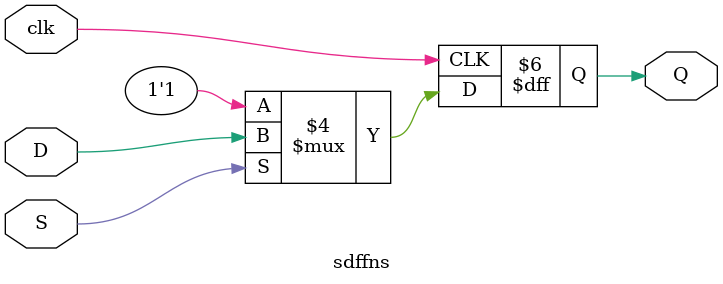
<source format=v>
module sdffns(D,clk,S,Q);
input D;      // Data input 
input clk;    // clock input 
input S;      // set input 
output reg Q;     // output Q 

always @(negedge clk) 

begin
	if (S == 1'b0) begin // sync. set active low
            Q <= 1'b1;
	end 
	else begin
            Q <= D; 
        end
end 
endmodule 

</source>
